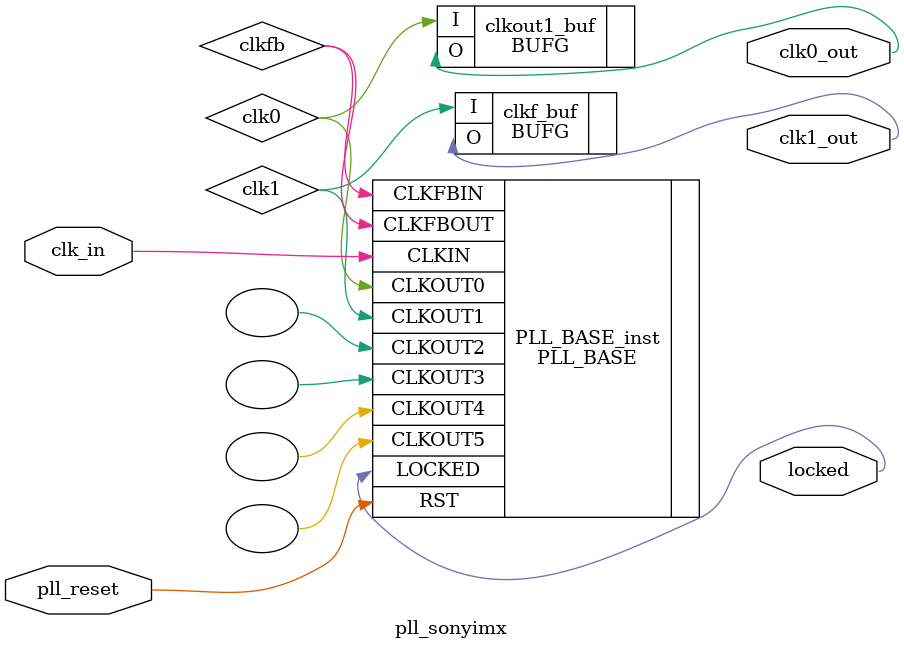
<source format=v>
`timescale 1ns/1ps

module pll_sonyimx # (
	parameter	DATA_WIDTH		= 10		,	//Î»¿í
	parameter	CLKIN_PERIOD 	= 27.778		//ÖÜÆÚ ns
	)
	(
	input			clk_in		,
	input			pll_reset	,
	output			clk0_out	,
	output			clk1_out	,
	output			locked
	);

	//	ref signals
	localparam	CLKFX_MULTIPLY	= 2*DATA_WIDTH	;	//2*sensorwidth

	wire 		[7:0]  	status_int		;
	wire 				clkfb			;
	wire 				clk0			;
	wire				clk0_buf		;
	wire 				clk1			;
	wire 				clkfx			;
	wire				clkfx_180		;




	//	ref ARCHITECTURE

	//  -------------------------------------------------------------------------------------
	//	pll_sonyimx Àý»¯
	//  -------------------------------------------------------------------------------------

	PLL_BASE #(
	.BANDWIDTH			("OPTIMIZED"		),	// "HIGH", "LOW" or "OPTIMIZED"
	.CLKFBOUT_MULT		(16					),	// Multiply value for all CLKOUT clock outputs (1-64)
	.CLKFBOUT_PHASE		(0.0				),	// Phase offset in degrees of the clock feedback output (0.0-360.0).
	.CLKIN_PERIOD		(CLKIN_PERIOD		),	// Input clock period in ns to ps resolution (i.e. 33.333 is 30// MHz).
	// CLKOUT0_DIVIDE - CLKOUT5_DIVIDE: Divide amount for CLKOUT# clock output (1-128)
	.CLKOUT0_DIVIDE		(1					),
	.CLKOUT1_DIVIDE		(DATA_WIDTH			),	//
	.CLKOUT2_DIVIDE		(1					),
	.CLKOUT3_DIVIDE		(1					),
	.CLKOUT4_DIVIDE		(1					),
	.CLKOUT5_DIVIDE		(1					),
	// CLKOUT0_DUTY_CYCLE - CLKOUT5_DUTY_CYCLE: Duty cycle for CLKOUT# clock output (0.01-0.99).
	.CLKOUT0_DUTY_CYCLE	(0.5				),
	.CLKOUT1_DUTY_CYCLE	(0.5				),
	.CLKOUT2_DUTY_CYCLE	(0.5				),
	.CLKOUT3_DUTY_CYCLE	(0.5				),
	.CLKOUT4_DUTY_CYCLE	(0.5				),
	.CLKOUT5_DUTY_CYCLE	(0.5				),
	// CLKOUT0_PHASE - CLKOUT5_PHASE: Output phase relationship for CLKOUT# clock output (-360.0-360.0).
	.CLKOUT0_PHASE		(0.0				),
	.CLKOUT1_PHASE		(0.0				),
	.CLKOUT2_PHASE		(0.0				),
	.CLKOUT3_PHASE		(0.0				),
	.CLKOUT4_PHASE		(0.0				),
	.CLKOUT5_PHASE		(0.0				),
	.CLK_FEEDBACK		("CLKFBOUT"			),	// Clock source to drive CLKFBIN ("CLKFBOUT" or "CLKOUT0")
	.COMPENSATION		("SYSTEM_SYNCHRONOUS"),	// "SYSTEM_SYNCHRONOUS", "SOURCE_SYNCHRONOUS", "EXTERNAL"
	.DIVCLK_DIVIDE		(1					),	// Division value for all output clocks (1-52)
	.REF_JITTER			(0.1				),	// Reference Clock Jitter in UI (0.000-0.999).
	.RESET_ON_LOSS_OF_LOCK("FALSE"			)	// Must be set to FALSE
	)
	PLL_BASE_inst (
	.CLKFBOUT			(clkfb				),	// 1-bit output: PLL_BASE feedback output
	// CLKOUT0 - CLKOUT5: 1-bit (each) output: Clock outputs
	.CLKOUT0			(clk0				),
	.CLKOUT1			(clk1				),
	.CLKOUT2			(					),
	.CLKOUT3			(					),
	.CLKOUT4			(					),
	.CLKOUT5			(					),
	.LOCKED				(locked				),	// 1-bit output: PLL_BASE lock status output
	.CLKFBIN			(clkfb				),	// 1-bit input: Feedback clock input
	.CLKIN				(clk_in				),	// 1-bit input: Clock input
	.RST				(pll_reset			)	// 1-bit input: Reset input
	);

	//  -------------------------------------------------------------------------------------
	//	Ê±ÖÓ
	//  -------------------------------------------------------------------------------------
	BUFG clkf_buf (
	.I		(clk1		),
	.O		(clk1_out	)
	);

	BUFG clkout1_buf (
	.I		(clk0		),
	.O		(clk0_out	)
	);



endmodule

</source>
